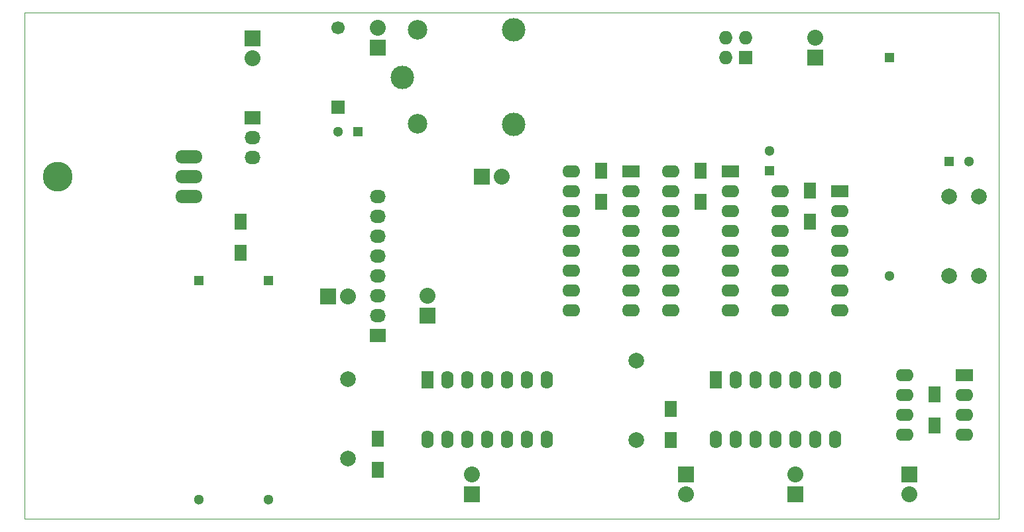
<source format=gbr>
G04 #@! TF.FileFunction,Soldermask,Top*
%FSLAX46Y46*%
G04 Gerber Fmt 4.6, Leading zero omitted, Abs format (unit mm)*
G04 Created by KiCad (PCBNEW (after 2015-mar-04 BZR unknown)-product) date Thu 24 Nov 2016 20:55:00 CET*
%MOMM*%
G01*
G04 APERTURE LIST*
%ADD10C,0.100000*%
%ADD11R,1.600000X2.000000*%
%ADD12R,2.286000X1.574800*%
%ADD13O,2.286000X1.574800*%
%ADD14R,2.032000X1.727200*%
%ADD15O,2.032000X1.727200*%
%ADD16R,2.032000X2.032000*%
%ADD17O,2.032000X2.032000*%
%ADD18R,1.574800X2.286000*%
%ADD19O,1.574800X2.286000*%
%ADD20O,3.500120X1.699260*%
%ADD21C,3.799840*%
%ADD22R,1.727200X1.727200*%
%ADD23O,1.727200X1.727200*%
%ADD24C,1.699260*%
%ADD25R,1.699260X1.699260*%
%ADD26C,1.998980*%
%ADD27R,1.300000X1.300000*%
%ADD28C,1.300000*%
%ADD29C,2.500000*%
%ADD30C,3.000000*%
G04 APERTURE END LIST*
D10*
X63500000Y-117475000D02*
X63500000Y-52705000D01*
X187960000Y-117475000D02*
X63500000Y-117475000D01*
X187960000Y-52705000D02*
X187960000Y-117475000D01*
X63500000Y-52705000D02*
X187960000Y-52705000D01*
D11*
X137160000Y-72930000D03*
X137160000Y-76930000D03*
X149860000Y-72930000D03*
X149860000Y-76930000D03*
X163830000Y-75470000D03*
X163830000Y-79470000D03*
D12*
X167640000Y-75565000D03*
D13*
X167640000Y-78105000D03*
X167640000Y-80645000D03*
X167640000Y-83185000D03*
X167640000Y-85725000D03*
X167640000Y-88265000D03*
X167640000Y-90805000D03*
X160020000Y-90805000D03*
X160020000Y-88265000D03*
X160020000Y-85725000D03*
X160020000Y-83185000D03*
X160020000Y-80645000D03*
X160020000Y-78105000D03*
X160020000Y-75565000D03*
D12*
X140970000Y-73025000D03*
D13*
X140970000Y-75565000D03*
X140970000Y-78105000D03*
X140970000Y-80645000D03*
X140970000Y-83185000D03*
X140970000Y-85725000D03*
X140970000Y-88265000D03*
X140970000Y-90805000D03*
X133350000Y-90805000D03*
X133350000Y-88265000D03*
X133350000Y-85725000D03*
X133350000Y-83185000D03*
X133350000Y-80645000D03*
X133350000Y-78105000D03*
X133350000Y-75565000D03*
X133350000Y-73025000D03*
D12*
X153670000Y-73025000D03*
D13*
X153670000Y-75565000D03*
X153670000Y-78105000D03*
X153670000Y-80645000D03*
X153670000Y-83185000D03*
X153670000Y-85725000D03*
X153670000Y-88265000D03*
X153670000Y-90805000D03*
X146050000Y-90805000D03*
X146050000Y-88265000D03*
X146050000Y-85725000D03*
X146050000Y-83185000D03*
X146050000Y-80645000D03*
X146050000Y-78105000D03*
X146050000Y-75565000D03*
X146050000Y-73025000D03*
D14*
X92583000Y-66167000D03*
D15*
X92583000Y-68707000D03*
X92583000Y-71247000D03*
D16*
X102235000Y-89027000D03*
D17*
X104775000Y-89027000D03*
D12*
X183515000Y-99060000D03*
D13*
X183515000Y-101600000D03*
X183515000Y-104140000D03*
X183515000Y-106680000D03*
X175895000Y-106680000D03*
X175895000Y-104140000D03*
X175895000Y-101600000D03*
X175895000Y-99060000D03*
D14*
X108585000Y-93980000D03*
D15*
X108585000Y-91440000D03*
X108585000Y-88900000D03*
X108585000Y-86360000D03*
X108585000Y-83820000D03*
X108585000Y-81280000D03*
X108585000Y-78740000D03*
X108585000Y-76200000D03*
D18*
X151765000Y-99695000D03*
D19*
X154305000Y-99695000D03*
X156845000Y-99695000D03*
X159385000Y-99695000D03*
X161925000Y-99695000D03*
X164465000Y-99695000D03*
X167005000Y-99695000D03*
X167005000Y-107315000D03*
X164465000Y-107315000D03*
X161925000Y-107315000D03*
X159385000Y-107315000D03*
X156845000Y-107315000D03*
X154305000Y-107315000D03*
X151765000Y-107315000D03*
D20*
X84455000Y-73660000D03*
X84455000Y-76200000D03*
X84455000Y-71120000D03*
D21*
X67691000Y-73660000D03*
D18*
X114935000Y-99695000D03*
D19*
X117475000Y-99695000D03*
X120015000Y-99695000D03*
X122555000Y-99695000D03*
X125095000Y-99695000D03*
X127635000Y-99695000D03*
X130175000Y-99695000D03*
X130175000Y-107315000D03*
X127635000Y-107315000D03*
X125095000Y-107315000D03*
X122555000Y-107315000D03*
X120015000Y-107315000D03*
X117475000Y-107315000D03*
X114935000Y-107315000D03*
D16*
X147955000Y-111760000D03*
D17*
X147955000Y-114300000D03*
D16*
X161925000Y-114300000D03*
D17*
X161925000Y-111760000D03*
D16*
X92583000Y-56007000D03*
D17*
X92583000Y-58547000D03*
D16*
X121920000Y-73660000D03*
D17*
X124460000Y-73660000D03*
D16*
X108585000Y-57150000D03*
D17*
X108585000Y-54610000D03*
D16*
X176530000Y-111760000D03*
D17*
X176530000Y-114300000D03*
D16*
X120650000Y-114300000D03*
D17*
X120650000Y-111760000D03*
D22*
X155575000Y-58420000D03*
D23*
X155575000Y-55880000D03*
X153035000Y-58420000D03*
X153035000Y-55880000D03*
D24*
X103505000Y-54610000D03*
D25*
X103505000Y-64770000D03*
D11*
X146050000Y-107410000D03*
X146050000Y-103410000D03*
X108585000Y-107220000D03*
X108585000Y-111220000D03*
X179705000Y-101505000D03*
X179705000Y-105505000D03*
D26*
X181610000Y-86360000D03*
X181610000Y-76200000D03*
X185420000Y-86360000D03*
X185420000Y-76200000D03*
X141605000Y-97233740D03*
X141605000Y-107393740D03*
X104775000Y-109776260D03*
X104775000Y-99616260D03*
D11*
X91059000Y-79407000D03*
X91059000Y-83407000D03*
D27*
X85725000Y-86995000D03*
D28*
X85725000Y-114995000D03*
D27*
X94615000Y-86995000D03*
D28*
X94615000Y-114995000D03*
D27*
X173990000Y-58420000D03*
D28*
X173990000Y-86420000D03*
D27*
X181610000Y-71755000D03*
D28*
X184110000Y-71755000D03*
D27*
X106045000Y-67945000D03*
D28*
X103545000Y-67945000D03*
D29*
X113710000Y-54910000D03*
D30*
X125910000Y-54910000D03*
X125960000Y-66960000D03*
D29*
X113710000Y-66910000D03*
D30*
X111760000Y-60960000D03*
D16*
X164465000Y-58420000D03*
D17*
X164465000Y-55880000D03*
D16*
X114935000Y-91440000D03*
D17*
X114935000Y-88900000D03*
D27*
X158623000Y-72898000D03*
D28*
X158623000Y-70398000D03*
M02*

</source>
